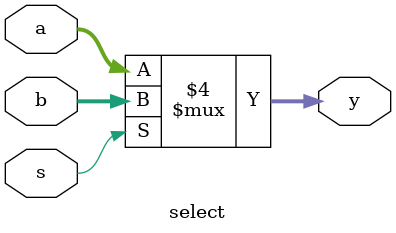
<source format=v>
`timescale 1ns / 1ps


module select(
    input s,
    input [31:0]a,
    input [31:0]b,
    output reg[31:0]y
    );
    always@(*)   
        if(!s)
         y = a;
         else
         y = b;
endmodule

</source>
